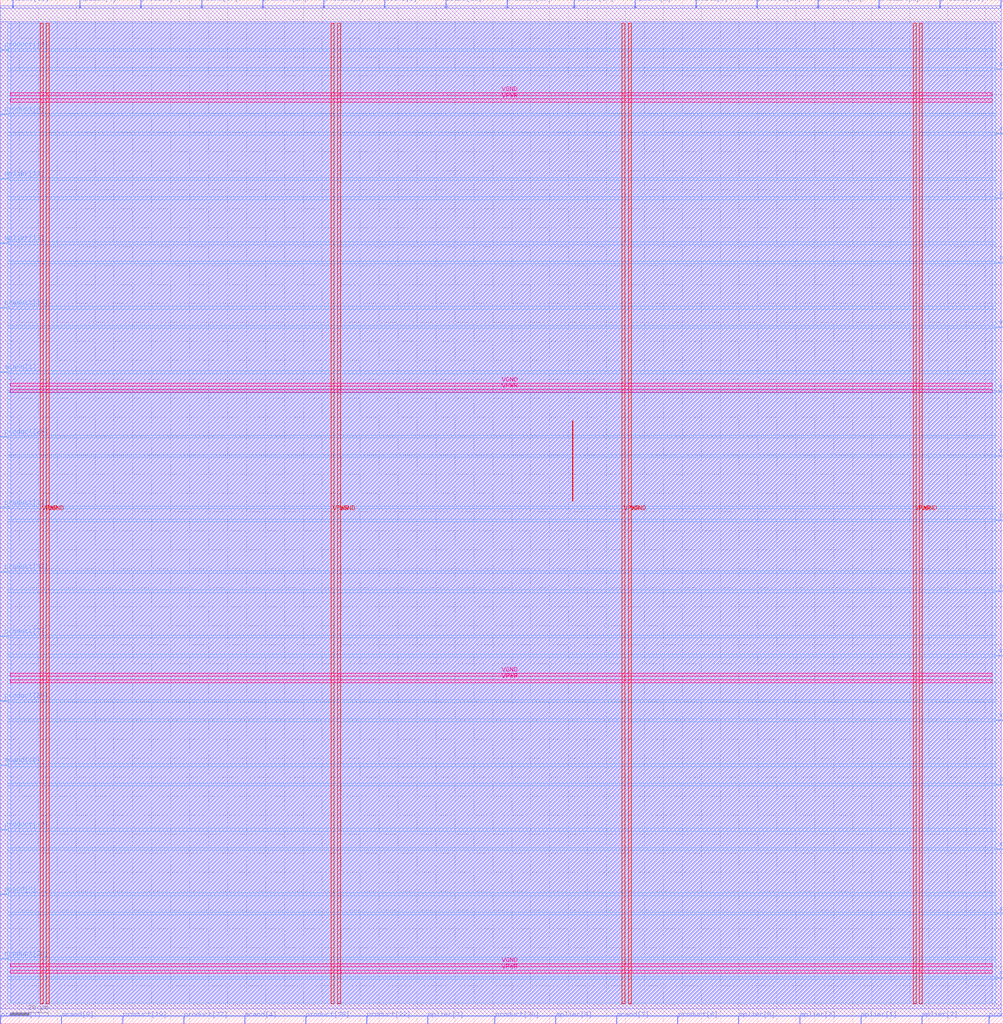
<source format=lef>
VERSION 5.7 ;
  NOWIREEXTENSIONATPIN ON ;
  DIVIDERCHAR "/" ;
  BUSBITCHARS "[]" ;
MACRO combinational_multiplier_16x16
  CLASS BLOCK ;
  FOREIGN combinational_multiplier_16x16 ;
  ORIGIN 0.000 0.000 ;
  SIZE 529.410 BY 540.130 ;
  PIN VGND
    DIRECTION INOUT ;
    USE GROUND ;
    PORT
      LAYER met4 ;
        RECT 24.340 10.640 25.940 527.920 ;
    END
    PORT
      LAYER met4 ;
        RECT 177.940 10.640 179.540 527.920 ;
    END
    PORT
      LAYER met4 ;
        RECT 331.540 10.640 333.140 527.920 ;
    END
    PORT
      LAYER met4 ;
        RECT 485.140 10.640 486.740 527.920 ;
    END
    PORT
      LAYER met5 ;
        RECT 5.280 30.030 523.720 31.630 ;
    END
    PORT
      LAYER met5 ;
        RECT 5.280 183.210 523.720 184.810 ;
    END
    PORT
      LAYER met5 ;
        RECT 5.280 336.390 523.720 337.990 ;
    END
    PORT
      LAYER met5 ;
        RECT 5.280 489.570 523.720 491.170 ;
    END
  END VGND
  PIN VPWR
    DIRECTION INOUT ;
    USE POWER ;
    PORT
      LAYER met4 ;
        RECT 21.040 10.640 22.640 527.920 ;
    END
    PORT
      LAYER met4 ;
        RECT 174.640 10.640 176.240 527.920 ;
    END
    PORT
      LAYER met4 ;
        RECT 328.240 10.640 329.840 527.920 ;
    END
    PORT
      LAYER met4 ;
        RECT 481.840 10.640 483.440 527.920 ;
    END
    PORT
      LAYER met5 ;
        RECT 5.280 26.730 523.720 28.330 ;
    END
    PORT
      LAYER met5 ;
        RECT 5.280 179.910 523.720 181.510 ;
    END
    PORT
      LAYER met5 ;
        RECT 5.280 333.090 523.720 334.690 ;
    END
    PORT
      LAYER met5 ;
        RECT 5.280 486.270 523.720 487.870 ;
    END
  END VPWR
  PIN mcand[0]
    DIRECTION INPUT ;
    USE SIGNAL ;
    ANTENNAGATEAREA 0.742500 ;
    PORT
      LAYER met3 ;
        RECT 0.000 68.040 4.000 68.640 ;
    END
  END mcand[0]
  PIN mcand[10]
    DIRECTION INPUT ;
    USE SIGNAL ;
    ANTENNAGATEAREA 0.247500 ;
    PORT
      LAYER met3 ;
        RECT 525.410 193.840 529.410 194.440 ;
    END
  END mcand[10]
  PIN mcand[11]
    DIRECTION INPUT ;
    USE SIGNAL ;
    ANTENNAGATEAREA 0.742500 ;
    PORT
      LAYER met3 ;
        RECT 525.410 23.840 529.410 24.440 ;
    END
  END mcand[11]
  PIN mcand[12]
    DIRECTION INPUT ;
    USE SIGNAL ;
    ANTENNAGATEAREA 0.426000 ;
    PORT
      LAYER met3 ;
        RECT 0.000 136.040 4.000 136.640 ;
    END
  END mcand[12]
  PIN mcand[13]
    DIRECTION INPUT ;
    USE SIGNAL ;
    ANTENNAGATEAREA 0.213000 ;
    PORT
      LAYER met2 ;
        RECT 235.150 536.130 235.430 540.130 ;
    END
  END mcand[13]
  PIN mcand[14]
    DIRECTION INPUT ;
    USE SIGNAL ;
    ANTENNAGATEAREA 0.247500 ;
    PORT
      LAYER met2 ;
        RECT 106.350 536.130 106.630 540.130 ;
    END
  END mcand[14]
  PIN mcand[15]
    DIRECTION INPUT ;
    USE SIGNAL ;
    ANTENNAGATEAREA 0.247500 ;
    PORT
      LAYER met2 ;
        RECT 6.530 536.130 6.810 540.130 ;
    END
  END mcand[15]
  PIN mcand[1]
    DIRECTION INPUT ;
    USE SIGNAL ;
    ANTENNAGATEAREA 0.990000 ;
    PORT
      LAYER met3 ;
        RECT 0.000 343.440 4.000 344.040 ;
    END
  END mcand[1]
  PIN mcand[2]
    DIRECTION INPUT ;
    USE SIGNAL ;
    ANTENNAGATEAREA 0.247500 ;
    PORT
      LAYER met3 ;
        RECT 525.410 367.240 529.410 367.840 ;
    END
  END mcand[2]
  PIN mcand[3]
    DIRECTION INPUT ;
    USE SIGNAL ;
    ANTENNAGATEAREA 0.247500 ;
    PORT
      LAYER met3 ;
        RECT 525.410 91.840 529.410 92.440 ;
    END
  END mcand[3]
  PIN mcand[4]
    DIRECTION INPUT ;
    USE SIGNAL ;
    ANTENNAGATEAREA 0.213000 ;
    PORT
      LAYER met2 ;
        RECT 128.890 0.000 129.170 4.000 ;
    END
  END mcand[4]
  PIN mcand[5]
    DIRECTION INPUT ;
    USE SIGNAL ;
    ANTENNAGATEAREA 0.247500 ;
    PORT
      LAYER met2 ;
        RECT 202.950 536.130 203.230 540.130 ;
    END
  END mcand[5]
  PIN mcand[6]
    DIRECTION INPUT ;
    USE SIGNAL ;
    ANTENNAGATEAREA 0.247500 ;
    PORT
      LAYER met2 ;
        RECT 367.170 536.130 367.450 540.130 ;
    END
  END mcand[6]
  PIN mcand[7]
    DIRECTION INPUT ;
    USE SIGNAL ;
    ANTENNAGATEAREA 0.159000 ;
    PORT
      LAYER met2 ;
        RECT 325.310 0.000 325.590 4.000 ;
    END
  END mcand[7]
  PIN mcand[8]
    DIRECTION INPUT ;
    USE SIGNAL ;
    ANTENNAGATEAREA 0.247500 ;
    PORT
      LAYER met2 ;
        RECT 32.290 0.000 32.570 4.000 ;
    END
  END mcand[8]
  PIN mcand[9]
    DIRECTION INPUT ;
    USE SIGNAL ;
    ANTENNAGATEAREA 0.247500 ;
    PORT
      LAYER met3 ;
        RECT 525.410 299.240 529.410 299.840 ;
    END
  END mcand[9]
  PIN mplier[0]
    DIRECTION INPUT ;
    USE SIGNAL ;
    ANTENNAGATEAREA 0.213000 ;
    PORT
      LAYER met3 ;
        RECT 525.410 159.840 529.410 160.440 ;
    END
  END mplier[0]
  PIN mplier[10]
    DIRECTION INPUT ;
    USE SIGNAL ;
    ANTENNAGATEAREA 0.159000 ;
    PORT
      LAYER met2 ;
        RECT 302.770 536.130 303.050 540.130 ;
    END
  END mplier[10]
  PIN mplier[11]
    DIRECTION INPUT ;
    USE SIGNAL ;
    ANTENNAGATEAREA 0.247500 ;
    PORT
      LAYER met3 ;
        RECT 525.410 469.240 529.410 469.840 ;
    END
  END mplier[11]
  PIN mplier[12]
    DIRECTION INPUT ;
    USE SIGNAL ;
    ANTENNAGATEAREA 0.213000 ;
    PORT
      LAYER met3 ;
        RECT 0.000 411.440 4.000 412.040 ;
    END
  END mplier[12]
  PIN mplier[13]
    DIRECTION INPUT ;
    USE SIGNAL ;
    ANTENNAGATEAREA 0.213000 ;
    PORT
      LAYER met3 ;
        RECT 525.410 333.240 529.410 333.840 ;
    END
  END mplier[13]
  PIN mplier[14]
    DIRECTION INPUT ;
    USE SIGNAL ;
    ANTENNAGATEAREA 0.426000 ;
    PORT
      LAYER met3 ;
        RECT 0.000 445.440 4.000 446.040 ;
    END
  END mplier[14]
  PIN mplier[15]
    DIRECTION INPUT ;
    USE SIGNAL ;
    ANTENNAGATEAREA 0.426000 ;
    PORT
      LAYER met3 ;
        RECT 525.410 503.240 529.410 503.840 ;
    END
  END mplier[15]
  PIN mplier[1]
    DIRECTION INPUT ;
    USE SIGNAL ;
    ANTENNAGATEAREA 0.213000 ;
    PORT
      LAYER met2 ;
        RECT 454.110 0.000 454.390 4.000 ;
    END
  END mplier[1]
  PIN mplier[2]
    DIRECTION INPUT ;
    USE SIGNAL ;
    ANTENNAGATEAREA 0.495000 ;
    PORT
      LAYER met2 ;
        RECT 421.910 0.000 422.190 4.000 ;
    END
  END mplier[2]
  PIN mplier[3]
    DIRECTION INPUT ;
    USE SIGNAL ;
    ANTENNAGATEAREA 0.247500 ;
    PORT
      LAYER met2 ;
        RECT 225.490 0.000 225.770 4.000 ;
    END
  END mplier[3]
  PIN mplier[4]
    DIRECTION INPUT ;
    USE SIGNAL ;
    ANTENNAGATEAREA 0.495000 ;
    PORT
      LAYER met2 ;
        RECT 41.950 536.130 42.230 540.130 ;
    END
  END mplier[4]
  PIN mplier[5]
    DIRECTION INPUT ;
    USE SIGNAL ;
    ANTENNAGATEAREA 0.247500 ;
    PORT
      LAYER met2 ;
        RECT 389.710 0.000 389.990 4.000 ;
    END
  END mplier[5]
  PIN mplier[6]
    DIRECTION INPUT ;
    USE SIGNAL ;
    ANTENNAGATEAREA 0.213000 ;
    PORT
      LAYER met2 ;
        RECT 334.970 536.130 335.250 540.130 ;
    END
  END mplier[6]
  PIN mplier[7]
    DIRECTION INPUT ;
    USE SIGNAL ;
    ANTENNAGATEAREA 0.247500 ;
    PORT
      LAYER met2 ;
        RECT 486.310 0.000 486.590 4.000 ;
    END
  END mplier[7]
  PIN mplier[8]
    DIRECTION INPUT ;
    USE SIGNAL ;
    ANTENNAGATEAREA 0.247500 ;
    PORT
      LAYER met3 ;
        RECT 525.410 57.840 529.410 58.440 ;
    END
  END mplier[8]
  PIN mplier[9]
    DIRECTION INPUT ;
    USE SIGNAL ;
    ANTENNAGATEAREA 0.159000 ;
    PORT
      LAYER met2 ;
        RECT 293.110 0.000 293.390 4.000 ;
    END
  END mplier[9]
  PIN product[0]
    DIRECTION OUTPUT TRISTATE ;
    USE SIGNAL ;
    ANTENNADIFFAREA 0.445500 ;
    PORT
      LAYER met3 ;
        RECT 525.410 125.840 529.410 126.440 ;
    END
  END product[0]
  PIN product[10]
    DIRECTION OUTPUT TRISTATE ;
    USE SIGNAL ;
    ANTENNADIFFAREA 0.795200 ;
    PORT
      LAYER met2 ;
        RECT 431.570 536.130 431.850 540.130 ;
    END
  END product[10]
  PIN product[11]
    DIRECTION OUTPUT TRISTATE ;
    USE SIGNAL ;
    ANTENNADIFFAREA 0.795200 ;
    PORT
      LAYER met3 ;
        RECT 0.000 272.040 4.000 272.640 ;
    END
  END product[11]
  PIN product[12]
    DIRECTION OUTPUT TRISTATE ;
    USE SIGNAL ;
    ANTENNADIFFAREA 0.795200 ;
    PORT
      LAYER met3 ;
        RECT 0.000 102.040 4.000 102.640 ;
    END
  END product[12]
  PIN product[13]
    DIRECTION OUTPUT TRISTATE ;
    USE SIGNAL ;
    ANTENNADIFFAREA 0.795200 ;
    PORT
      LAYER met3 ;
        RECT 0.000 513.440 4.000 514.040 ;
    END
  END product[13]
  PIN product[14]
    DIRECTION OUTPUT TRISTATE ;
    USE SIGNAL ;
    ANTENNADIFFAREA 0.795200 ;
    PORT
      LAYER met3 ;
        RECT 0.000 377.440 4.000 378.040 ;
    END
  END product[14]
  PIN product[15]
    DIRECTION OUTPUT TRISTATE ;
    USE SIGNAL ;
    ANTENNADIFFAREA 0.795200 ;
    PORT
      LAYER met2 ;
        RECT 399.370 536.130 399.650 540.130 ;
    END
  END product[15]
  PIN product[16]
    DIRECTION OUTPUT TRISTATE ;
    USE SIGNAL ;
    ANTENNADIFFAREA 0.795200 ;
    PORT
      LAYER met2 ;
        RECT 495.970 536.130 496.250 540.130 ;
    END
  END product[16]
  PIN product[17]
    DIRECTION OUTPUT TRISTATE ;
    USE SIGNAL ;
    ANTENNADIFFAREA 0.795200 ;
    PORT
      LAYER met2 ;
        RECT 138.550 536.130 138.830 540.130 ;
    END
  END product[17]
  PIN product[18]
    DIRECTION OUTPUT TRISTATE ;
    USE SIGNAL ;
    ANTENNADIFFAREA 0.795200 ;
    PORT
      LAYER met2 ;
        RECT 267.350 536.130 267.630 540.130 ;
    END
  END product[18]
  PIN product[19]
    DIRECTION OUTPUT TRISTATE ;
    USE SIGNAL ;
    ANTENNADIFFAREA 0.795200 ;
    PORT
      LAYER met2 ;
        RECT 64.490 0.000 64.770 4.000 ;
    END
  END product[19]
  PIN product[1]
    DIRECTION OUTPUT TRISTATE ;
    USE SIGNAL ;
    ANTENNADIFFAREA 0.795200 ;
    PORT
      LAYER met2 ;
        RECT 0.090 0.000 0.370 4.000 ;
    END
  END product[1]
  PIN product[20]
    DIRECTION OUTPUT TRISTATE ;
    USE SIGNAL ;
    ANTENNADIFFAREA 0.445500 ;
    PORT
      LAYER met3 ;
        RECT 525.410 435.240 529.410 435.840 ;
    END
  END product[20]
  PIN product[21]
    DIRECTION OUTPUT TRISTATE ;
    USE SIGNAL ;
    ANTENNADIFFAREA 0.795200 ;
    PORT
      LAYER met2 ;
        RECT 528.170 536.130 528.450 540.130 ;
    END
  END product[21]
  PIN product[22]
    DIRECTION OUTPUT TRISTATE ;
    USE SIGNAL ;
    ANTENNADIFFAREA 0.795200 ;
    PORT
      LAYER met2 ;
        RECT 193.290 0.000 193.570 4.000 ;
    END
  END product[22]
  PIN product[23]
    DIRECTION OUTPUT TRISTATE ;
    USE SIGNAL ;
    ANTENNADIFFAREA 0.445500 ;
    PORT
      LAYER met3 ;
        RECT 525.410 401.240 529.410 401.840 ;
    END
  END product[23]
  PIN product[24]
    DIRECTION OUTPUT TRISTATE ;
    USE SIGNAL ;
    ANTENNADIFFAREA 0.795200 ;
    PORT
      LAYER met2 ;
        RECT 521.730 0.000 522.010 4.000 ;
    END
  END product[24]
  PIN product[25]
    DIRECTION OUTPUT TRISTATE ;
    USE SIGNAL ;
    ANTENNADIFFAREA 0.795200 ;
    PORT
      LAYER met3 ;
        RECT 0.000 170.040 4.000 170.640 ;
    END
  END product[25]
  PIN product[26]
    DIRECTION OUTPUT TRISTATE ;
    USE SIGNAL ;
    ANTENNADIFFAREA 0.795200 ;
    PORT
      LAYER met3 ;
        RECT 0.000 34.040 4.000 34.640 ;
    END
  END product[26]
  PIN product[27]
    DIRECTION OUTPUT TRISTATE ;
    USE SIGNAL ;
    ANTENNADIFFAREA 0.795200 ;
    PORT
      LAYER met2 ;
        RECT 96.690 0.000 96.970 4.000 ;
    END
  END product[27]
  PIN product[28]
    DIRECTION OUTPUT TRISTATE ;
    USE SIGNAL ;
    ANTENNADIFFAREA 0.795200 ;
    PORT
      LAYER met2 ;
        RECT 161.090 0.000 161.370 4.000 ;
    END
  END product[28]
  PIN product[29]
    DIRECTION OUTPUT TRISTATE ;
    USE SIGNAL ;
    ANTENNADIFFAREA 0.795200 ;
    PORT
      LAYER met3 ;
        RECT 0.000 309.440 4.000 310.040 ;
    END
  END product[29]
  PIN product[2]
    DIRECTION OUTPUT TRISTATE ;
    USE SIGNAL ;
    ANTENNADIFFAREA 0.445500 ;
    PORT
      LAYER met3 ;
        RECT 525.410 265.240 529.410 265.840 ;
    END
  END product[2]
  PIN product[30]
    DIRECTION OUTPUT TRISTATE ;
    USE SIGNAL ;
    ANTENNADIFFAREA 1.336500 ;
    PORT
      LAYER met2 ;
        RECT 260.910 0.000 261.190 4.000 ;
    END
  END product[30]
  PIN product[31]
    DIRECTION OUTPUT TRISTATE ;
    USE SIGNAL ;
    ANTENNADIFFAREA 0.795200 ;
    PORT
      LAYER met3 ;
        RECT 0.000 238.040 4.000 238.640 ;
    END
  END product[31]
  PIN product[3]
    DIRECTION OUTPUT TRISTATE ;
    USE SIGNAL ;
    ANTENNADIFFAREA 0.445500 ;
    PORT
      LAYER met2 ;
        RECT 463.770 536.130 464.050 540.130 ;
    END
  END product[3]
  PIN product[4]
    DIRECTION OUTPUT TRISTATE ;
    USE SIGNAL ;
    ANTENNADIFFAREA 0.795200 ;
    PORT
      LAYER met2 ;
        RECT 74.150 536.130 74.430 540.130 ;
    END
  END product[4]
  PIN product[5]
    DIRECTION OUTPUT TRISTATE ;
    USE SIGNAL ;
    ANTENNADIFFAREA 0.795200 ;
    PORT
      LAYER met2 ;
        RECT 170.750 536.130 171.030 540.130 ;
    END
  END product[5]
  PIN product[6]
    DIRECTION OUTPUT TRISTATE ;
    USE SIGNAL ;
    ANTENNADIFFAREA 0.795200 ;
    PORT
      LAYER met2 ;
        RECT 357.510 0.000 357.790 4.000 ;
    END
  END product[6]
  PIN product[7]
    DIRECTION OUTPUT TRISTATE ;
    USE SIGNAL ;
    ANTENNADIFFAREA 0.795200 ;
    PORT
      LAYER met3 ;
        RECT 0.000 204.040 4.000 204.640 ;
    END
  END product[7]
  PIN product[8]
    DIRECTION OUTPUT TRISTATE ;
    USE SIGNAL ;
    ANTENNADIFFAREA 0.795200 ;
    PORT
      LAYER met3 ;
        RECT 0.000 479.440 4.000 480.040 ;
    END
  END product[8]
  PIN product[9]
    DIRECTION OUTPUT TRISTATE ;
    USE SIGNAL ;
    ANTENNADIFFAREA 0.445500 ;
    PORT
      LAYER met3 ;
        RECT 525.410 227.840 529.410 228.440 ;
    END
  END product[9]
  OBS
      LAYER li1 ;
        RECT 5.520 10.795 523.480 527.765 ;
      LAYER met1 ;
        RECT 0.070 7.860 528.470 528.660 ;
      LAYER met2 ;
        RECT 0.100 535.850 6.250 536.930 ;
        RECT 7.090 535.850 41.670 536.930 ;
        RECT 42.510 535.850 73.870 536.930 ;
        RECT 74.710 535.850 106.070 536.930 ;
        RECT 106.910 535.850 138.270 536.930 ;
        RECT 139.110 535.850 170.470 536.930 ;
        RECT 171.310 535.850 202.670 536.930 ;
        RECT 203.510 535.850 234.870 536.930 ;
        RECT 235.710 535.850 267.070 536.930 ;
        RECT 267.910 535.850 302.490 536.930 ;
        RECT 303.330 535.850 334.690 536.930 ;
        RECT 335.530 535.850 366.890 536.930 ;
        RECT 367.730 535.850 399.090 536.930 ;
        RECT 399.930 535.850 431.290 536.930 ;
        RECT 432.130 535.850 463.490 536.930 ;
        RECT 464.330 535.850 495.690 536.930 ;
        RECT 496.530 535.850 527.890 536.930 ;
        RECT 0.100 4.280 528.440 535.850 ;
        RECT 0.650 4.000 32.010 4.280 ;
        RECT 32.850 4.000 64.210 4.280 ;
        RECT 65.050 4.000 96.410 4.280 ;
        RECT 97.250 4.000 128.610 4.280 ;
        RECT 129.450 4.000 160.810 4.280 ;
        RECT 161.650 4.000 193.010 4.280 ;
        RECT 193.850 4.000 225.210 4.280 ;
        RECT 226.050 4.000 260.630 4.280 ;
        RECT 261.470 4.000 292.830 4.280 ;
        RECT 293.670 4.000 325.030 4.280 ;
        RECT 325.870 4.000 357.230 4.280 ;
        RECT 358.070 4.000 389.430 4.280 ;
        RECT 390.270 4.000 421.630 4.280 ;
        RECT 422.470 4.000 453.830 4.280 ;
        RECT 454.670 4.000 486.030 4.280 ;
        RECT 486.870 4.000 521.450 4.280 ;
        RECT 522.290 4.000 528.440 4.280 ;
      LAYER met3 ;
        RECT 3.990 514.440 525.410 527.845 ;
        RECT 4.400 513.040 525.410 514.440 ;
        RECT 3.990 504.240 525.410 513.040 ;
        RECT 3.990 502.840 525.010 504.240 ;
        RECT 3.990 480.440 525.410 502.840 ;
        RECT 4.400 479.040 525.410 480.440 ;
        RECT 3.990 470.240 525.410 479.040 ;
        RECT 3.990 468.840 525.010 470.240 ;
        RECT 3.990 446.440 525.410 468.840 ;
        RECT 4.400 445.040 525.410 446.440 ;
        RECT 3.990 436.240 525.410 445.040 ;
        RECT 3.990 434.840 525.010 436.240 ;
        RECT 3.990 412.440 525.410 434.840 ;
        RECT 4.400 411.040 525.410 412.440 ;
        RECT 3.990 402.240 525.410 411.040 ;
        RECT 3.990 400.840 525.010 402.240 ;
        RECT 3.990 378.440 525.410 400.840 ;
        RECT 4.400 377.040 525.410 378.440 ;
        RECT 3.990 368.240 525.410 377.040 ;
        RECT 3.990 366.840 525.010 368.240 ;
        RECT 3.990 344.440 525.410 366.840 ;
        RECT 4.400 343.040 525.410 344.440 ;
        RECT 3.990 334.240 525.410 343.040 ;
        RECT 3.990 332.840 525.010 334.240 ;
        RECT 3.990 310.440 525.410 332.840 ;
        RECT 4.400 309.040 525.410 310.440 ;
        RECT 3.990 300.240 525.410 309.040 ;
        RECT 3.990 298.840 525.010 300.240 ;
        RECT 3.990 273.040 525.410 298.840 ;
        RECT 4.400 271.640 525.410 273.040 ;
        RECT 3.990 266.240 525.410 271.640 ;
        RECT 3.990 264.840 525.010 266.240 ;
        RECT 3.990 239.040 525.410 264.840 ;
        RECT 4.400 237.640 525.410 239.040 ;
        RECT 3.990 228.840 525.410 237.640 ;
        RECT 3.990 227.440 525.010 228.840 ;
        RECT 3.990 205.040 525.410 227.440 ;
        RECT 4.400 203.640 525.410 205.040 ;
        RECT 3.990 194.840 525.410 203.640 ;
        RECT 3.990 193.440 525.010 194.840 ;
        RECT 3.990 171.040 525.410 193.440 ;
        RECT 4.400 169.640 525.410 171.040 ;
        RECT 3.990 160.840 525.410 169.640 ;
        RECT 3.990 159.440 525.010 160.840 ;
        RECT 3.990 137.040 525.410 159.440 ;
        RECT 4.400 135.640 525.410 137.040 ;
        RECT 3.990 126.840 525.410 135.640 ;
        RECT 3.990 125.440 525.010 126.840 ;
        RECT 3.990 103.040 525.410 125.440 ;
        RECT 4.400 101.640 525.410 103.040 ;
        RECT 3.990 92.840 525.410 101.640 ;
        RECT 3.990 91.440 525.010 92.840 ;
        RECT 3.990 69.040 525.410 91.440 ;
        RECT 4.400 67.640 525.410 69.040 ;
        RECT 3.990 58.840 525.410 67.640 ;
        RECT 3.990 57.440 525.010 58.840 ;
        RECT 3.990 35.040 525.410 57.440 ;
        RECT 4.400 33.640 525.410 35.040 ;
        RECT 3.990 24.840 525.410 33.640 ;
        RECT 3.990 23.440 525.010 24.840 ;
        RECT 3.990 10.715 525.410 23.440 ;
      LAYER met4 ;
        RECT 302.055 275.575 302.385 318.065 ;
  END
END combinational_multiplier_16x16
END LIBRARY


</source>
